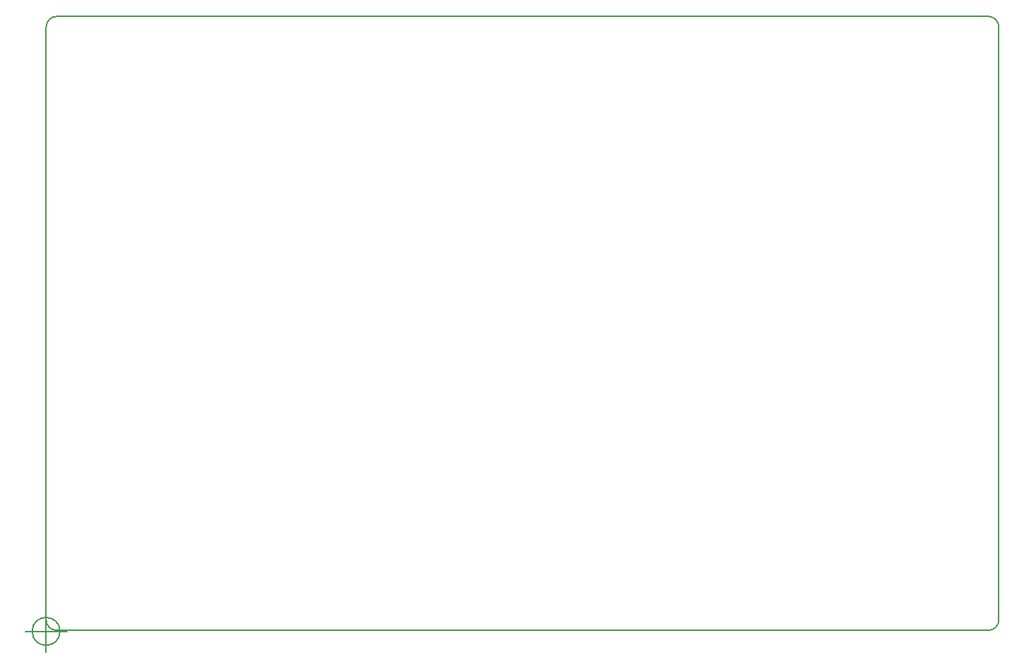
<source format=gm1>
G04 #@! TF.GenerationSoftware,KiCad,Pcbnew,(5.0.2)-1*
G04 #@! TF.CreationDate,2019-09-08T08:12:19-05:00*
G04 #@! TF.ProjectId,qrp_wattmeter,7172705f-7761-4747-946d-657465722e6b,rev?*
G04 #@! TF.SameCoordinates,Original*
G04 #@! TF.FileFunction,Profile,NP*
%FSLAX46Y46*%
G04 Gerber Fmt 4.6, Leading zero omitted, Abs format (unit mm)*
G04 Created by KiCad (PCBNEW (5.0.2)-1) date 9/8/2019 8:12:19 AM*
%MOMM*%
%LPD*%
G01*
G04 APERTURE LIST*
%ADD10C,0.200000*%
G04 APERTURE END LIST*
D10*
X76200000Y-132080000D02*
X76200000Y-60960000D01*
X189230000Y-133350000D02*
X77470000Y-133350000D01*
X190500000Y-60960000D02*
X190500000Y-132080000D01*
X77470000Y-59690000D02*
X189230000Y-59690000D01*
X77470000Y-133350000D02*
G75*
G02X76200000Y-132080000I0J1270000D01*
G01*
X76200000Y-60960000D02*
G75*
G02X77470000Y-59690000I1270000J0D01*
G01*
X189230000Y-59690000D02*
G75*
G02X190500000Y-60960000I0J-1270000D01*
G01*
X190500000Y-132080000D02*
G75*
G02X189230000Y-133350000I-1270000J0D01*
G01*
X77855081Y-133471059D02*
G75*
G03X77855081Y-133471059I-1666666J0D01*
G01*
X73688415Y-133471059D02*
X78688415Y-133471059D01*
X76188415Y-130971059D02*
X76188415Y-135971059D01*
M02*

</source>
